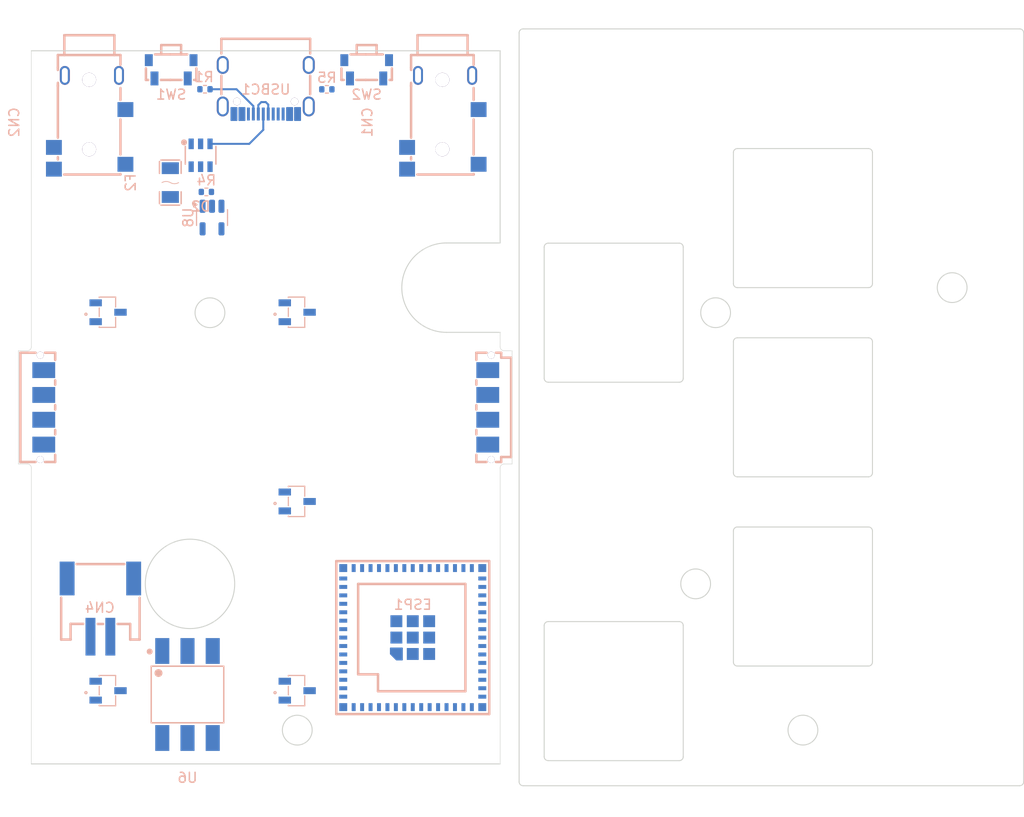
<source format=kicad_pcb>
(kicad_pcb (version 20241229) (generator "pcbnew") (generator_version "9.0")
  (layers (0 "F.Cu" signal "Front") (4 "In1.Cu" power) (6 "In2.Cu" power) (2 "B.Cu" signal "Back") (13 "F.Paste" user) (15 "B.Paste" user) (5 "F.SilkS" user) (7 "B.SilkS" user) (1 "F.Mask" user) (3 "B.Mask" user) (25 "Edge.Cuts" user))
  (net 0 "")
  (net 74 "GND")
  (net 75 "SCL1")
  (net 76 "SDA1")
  (net 77 "DN_PRE")
  (net 78 "DN")
  (net 79 "DP_PRE")
  (net 80 "DP")
  (net 81 "USB_VBUS")
  (net 82 "+3.3V")
  (net 83 "+5V")
  (net 84 "Net-(USBC1-CC1)")
  (net 85 "Net-(USBC1-CC2)")
  (net 86 "SCL0")
  (net 87 "SDA0")
  (net 88 "VBUS")
  (net 89 "VBAT")
  (net 90 "Net-(U8-EN)")
  (footprint "easyeda2kicad:SW-SMD_L4.7-W3.5-P3.35-EH" (layer "B.Cu") (at 86.36 29.464 180)
    (property "Reference" "SW2" (at 0 -2.54 0) (layer "B.SilkS") (effects (justify mirror)))
    (property "Value" "TS24CA 250GF 013")
    (fp_line (start 2.54 -1.07) (end 2.54 0.09) (stroke (width 0.25)) (layer "B.SilkS"))
    (fp_line (start 2.31 -1.07) (end 2.54 -1.07) (stroke (width 0.25)) (layer "B.SilkS"))
    (fp_line (start 1 2.44) (end 1 1.52) (stroke (width 0.25)) (layer "B.SilkS"))
    (fp_line (start 0.09 1.5) (end 1.62 1.5) (stroke (width 0.25)) (layer "B.SilkS"))
    (fp_line (start 0.09 1.5) (end -1.62 1.5) (stroke (width 0.25)) (layer "B.SilkS"))
    (fp_line (start 0.09 -1.07) (end 1.04 -1.07) (stroke (width 0.25)) (layer "B.SilkS"))
    (fp_line (start 0.09 -1.07) (end -1.04 -1.07) (stroke (width 0.25)) (layer "B.SilkS"))
    (fp_line (start -1 2.44) (end 1 2.44) (stroke (width 0.25)) (layer "B.SilkS"))
    (fp_line (start -1 2.44) (end -1 1.5) (stroke (width 0.25)) (layer "B.SilkS"))
    (fp_line (start -2.31 -1.07) (end -2.54 -1.07) (stroke (width 0.25)) (layer "B.SilkS"))
    (fp_line (start -2.54 -1.07) (end -2.54 0.09) (stroke (width 0.25)) (layer "B.SilkS"))
    (pad "" np_thru_hole circle (at -0.85 0.28 180) (size 0.7 0.7) (drill 0.7) (layers "F&B.Cu" "*.Mask"))
    (pad "" np_thru_hole circle (at 0.85 0.28 180) (size 0.7 0.7) (drill 0.7) (layers "F&B.Cu" "*.Mask"))
    (pad "1" smd rect (at -1.67 -0.92 180) (size 0.8 1.4) (layers "B.Cu" "B.Mask" "B.Paste"))
    (pad "2" smd rect (at 1.68 -0.92 180) (size 0.8 1.4) (layers "B.Cu" "B.Mask" "B.Paste"))
    (pad "3" smd rect (at -2.25 0.92 180) (size 0.8 1.2) (layers "B.Cu" "B.Mask" "B.Paste"))
    (pad "4" smd rect (at 2.25 0.92 180) (size 0.8 1.2) (layers "B.Cu" "B.Mask" "B.Paste"))
  )
  (footprint "Package_TO_SOT_SMD:SOT-23-5" (layer "B.Cu") (at 70.79 44.39 -90)
    (property "Reference" "U8" (at 0 2.4 90) (layer "B.SilkS") (effects (justify mirror)))
    (property "Value" "AP2112K-3.3")
    (fp_line (start 0 1.56) (end -0.8 1.56) (stroke (width 0.12)) (layer "B.SilkS"))
    (fp_line (start 0 1.56) (end 0.8 1.56) (stroke (width 0.12)) (layer "B.SilkS"))
    (fp_line (start 0 -1.56) (end -0.8 -1.56) (stroke (width 0.12)) (layer "B.SilkS"))
    (fp_line (start 0 -1.56) (end 0.8 -1.56) (stroke (width 0.12)) (layer "B.SilkS"))
    (fp_poly (pts (xy -1.3 1.51) (xy -1.54 1.84) (xy -1.06 1.84)) (stroke (width 0.12)) (fill yes) (layer "B.SilkS"))
    (pad "1" smd roundrect (at -1.1375 0.95 270) (size 1.325 0.6) (layers "B.Cu" "B.Mask" "B.Paste") (net 88 "VBUS"))
    (pad "2" smd roundrect (at -1.1375 0 270) (size 1.325 0.6) (layers "B.Cu" "B.Mask" "B.Paste") (net 74 "GND"))
    (pad "3" smd roundrect (at -1.1375 -0.95 270) (size 1.325 0.6) (layers "B.Cu" "B.Mask" "B.Paste") (net 90 "Net-(U8-EN)"))
    (pad "4" smd roundrect (at 1.1375 -0.95 270) (size 1.325 0.6) (layers "B.Cu" "B.Mask" "B.Paste"))
    (pad "5" smd roundrect (at 1.1375 0.95 270) (size 1.325 0.6) (layers "B.Cu" "B.Mask" "B.Paste") (net 82 "+3.3V"))
  )
  (footprint "easyeda2kicad:SMD-6_L7.3-W6.5-P2.54-LS10.2-BL" (layer "B.Cu") (at 68.32 92.41)
    (property "Reference" "U6" (at 0 8.38 0) (layer "B.SilkS") (effects (justify mirror)))
    (property "Value" "H11L1S(TA)")
    (fp_line (start -3.65 -2.85) (end -3.65 2.85) (stroke (width 0.15)) (layer "B.SilkS"))
    (fp_line (start -3.65 2.85) (end 3.65 2.85) (stroke (width 0.15)) (layer "B.SilkS"))
    (fp_line (start 3.65 -2.85) (end -3.65 -2.85) (stroke (width 0.15)) (layer "B.SilkS"))
    (fp_line (start 3.65 2.85) (end 3.65 -2.85) (stroke (width 0.15)) (layer "B.SilkS"))
    (fp_circle (center -3.81 -4.32) (end -3.66 -4.32) (stroke (width 0.3)) (fill no) (layer "B.SilkS"))
    (fp_circle (center -2.92 -2.16) (end -2.72 -2.16) (stroke (width 0.4)) (fill no) (layer "B.SilkS"))
    (pad "1" smd rect (at -2.54 -4.38) (size 1.42 2.6) (layers "B.Cu" "B.Mask" "B.Paste"))
    (pad "2" smd rect (at 0 -4.38) (size 1.42 2.6) (layers "B.Cu" "B.Mask" "B.Paste"))
    (pad "3" smd rect (at 2.54 -4.38) (size 1.42 2.6) (layers "B.Cu" "B.Mask" "B.Paste"))
    (pad "4" smd rect (at 2.54 4.38) (size 1.42 2.6) (layers "B.Cu" "B.Mask" "B.Paste"))
    (pad "5" smd rect (at 0 4.38) (size 1.42 2.6) (layers "B.Cu" "B.Mask" "B.Paste"))
    (pad "6" smd rect (at -2.54 4.38) (size 1.42 2.6) (layers "B.Cu" "B.Mask" "B.Paste"))
  )
  (footprint "samparts:SLSS49E_Hall_Switch_MX" (layer "B.Cu") (at 79.374095 92.075 180)
    (property "Reference" "U5" (hide yes))
    (property "Value" "SLSS49E-3")
    (fp_line (start 0.9 1.58) (end 0.9 1.52) (stroke (width 0.12)) (layer "B.SilkS"))
    (fp_line (start 0.9 0.49) (end 0.9 -0.38) (stroke (width 0.12)) (layer "B.SilkS"))
    (fp_line (start 0.9 -1.41) (end 0.9 -1.47) (stroke (width 0.12)) (layer "B.SilkS"))
    (fp_line (start 0.9 -1.47) (end -0.75 -1.47) (stroke (width 0.12)) (layer "B.SilkS"))
    (fp_line (start -0.75 1.58) (end 0.9 1.58) (stroke (width 0.12)) (layer "B.SilkS"))
    (fp_line (start -0.75 0.57) (end -0.75 1.58) (stroke (width 0.12)) (layer "B.SilkS"))
    (fp_line (start -0.75 -1.47) (end -0.75 -0.46) (stroke (width 0.12)) (layer "B.SilkS"))
    (fp_circle (center 2.24 -0.15) (end 2.29 -0.15) (stroke (width 0.12)) (fill no) (layer "B.SilkS"))
    (pad "1" smd rect (at 1.26 -0.9 270) (size 0.7 1.25) (layers "B.Cu" "B.Mask" "B.Paste"))
    (pad "2" smd rect (at -1.24 0.05 270) (size 0.7 1.25) (layers "B.Cu" "B.Mask" "B.Paste"))
    (pad "3" smd rect (at 1.26 1 270) (size 0.7 1.25) (layers "B.Cu" "B.Mask" "B.Paste"))
  )
  (footprint "easyeda2kicad:AUDIO-SMD_PJ-332A-6A" (layer "B.Cu") (at 94.03 34.798 -90)
    (property "Reference" "CN1" (at 0 7.6 90) (layer "B.SilkS") (effects (justify mirror)))
    (property "Value" "PJ-332A-6A")
    (fp_line (start -6.77 3.2) (end -5.51 3.2) (stroke (width 0.25)) (layer "B.SilkS"))
    (fp_line (start -6.77 3.2) (end -6.77 -3.1) (stroke (width 0.25)) (layer "B.SilkS"))
    (fp_line (start -5.51 3.2) (end -5.27 3.2) (stroke (width 0.25)) (layer "B.SilkS"))
    (fp_line (start -3.97 3.2) (end -3.62 3.2) (stroke (width 0.25)) (layer "B.SilkS"))
    (fp_line (start -3.73 3.2) (end 1.55 3.2) (stroke (width 0.25)) (layer "B.SilkS"))
    (fp_line (start 3.51 3.2) (end 3.75 3.2) (stroke (width 0.25)) (layer "B.SilkS"))
    (fp_line (start -8.77 2.55) (end -8.77 -2.49) (stroke (width 0.25)) (layer "B.SilkS"))
    (fp_line (start -6.77 2.55) (end -8.77 2.55) (stroke (width 0.25)) (layer "B.SilkS"))
    (fp_line (start -8.77 -2.49) (end -6.77 -2.49) (stroke (width 0.25)) (layer "B.SilkS"))
    (fp_line (start -6.77 -3.1) (end -5.79 -3.1) (stroke (width 0.25)) (layer "B.SilkS"))
    (fp_line (start -3.45 -3.1) (end -2.25 -3.1) (stroke (width 0.25)) (layer "B.SilkS"))
    (fp_line (start -0.29 -3.1) (end 3.25 -3.1) (stroke (width 0.25)) (layer "B.SilkS"))
    (fp_line (start 5.21 -3.1) (end 5.26 -3.1) (stroke (width 0.25)) (layer "B.SilkS"))
    (fp_line (start 5.26 -3.1) (end 5.26 2.57) (stroke (width 0.25)) (layer "B.SilkS"))
    (pad "" thru_hole circle (at -4.28 0.05 270) (size 1.4 1.4) (drill 1.4) (layers "F&B.Cu" "*.Mask"))
    (pad "" thru_hole circle (at 2.72 0.05 270) (size 1.4 1.4) (drill 1.4) (layers "F&B.Cu" "*.Mask"))
    (pad "1" thru_hole oval (at -4.72 -2.95 180) (size 1 1.9) (drill oval 0.599999 1.500022) (layers "F&B.Cu" "*.Mask"))
    (pad "2" thru_hole oval (at -4.72 2.5 180) (size 1 1.9) (drill oval 0.599999 1.500022) (layers "F&B.Cu" "*.Mask"))
    (pad "3" smd rect (at -1.28 -3.6 270) (size 1.5 1.6) (layers "B.Cu" "B.Mask" "B.Paste"))
    (pad "4" smd rect (at 2.53 3.6 270) (size 1.5 1.6) (layers "B.Cu" "B.Mask" "B.Paste"))
    (pad "5" smd rect (at 4.23 -3.6 270) (size 1.5 1.6) (layers "B.Cu" "B.Mask" "B.Paste"))
    (pad "6" smd rect (at 4.72 3.6 270) (size 1.5 1.6) (layers "B.Cu" "B.Mask" "B.Paste"))
  )
  (footprint "easyeda2kicad:AUDIO-SMD_PJ-332A-6A" (layer "B.Cu") (at 58.47 34.798 -90)
    (property "Reference" "CN2" (at 0 7.6 90) (layer "B.SilkS") (effects (justify mirror)))
    (property "Value" "PJ-332A-6A")
    (fp_line (start -6.77 3.2) (end -5.51 3.2) (stroke (width 0.25)) (layer "B.SilkS"))
    (fp_line (start -6.77 3.2) (end -6.77 -3.1) (stroke (width 0.25)) (layer "B.SilkS"))
    (fp_line (start -5.51 3.2) (end -5.27 3.2) (stroke (width 0.25)) (layer "B.SilkS"))
    (fp_line (start -3.97 3.2) (end -3.62 3.2) (stroke (width 0.25)) (layer "B.SilkS"))
    (fp_line (start -3.73 3.2) (end 1.55 3.2) (stroke (width 0.25)) (layer "B.SilkS"))
    (fp_line (start 3.51 3.2) (end 3.75 3.2) (stroke (width 0.25)) (layer "B.SilkS"))
    (fp_line (start -8.77 2.55) (end -8.77 -2.49) (stroke (width 0.25)) (layer "B.SilkS"))
    (fp_line (start -6.77 2.55) (end -8.77 2.55) (stroke (width 0.25)) (layer "B.SilkS"))
    (fp_line (start -8.77 -2.49) (end -6.77 -2.49) (stroke (width 0.25)) (layer "B.SilkS"))
    (fp_line (start -6.77 -3.1) (end -5.79 -3.1) (stroke (width 0.25)) (layer "B.SilkS"))
    (fp_line (start -3.45 -3.1) (end -2.25 -3.1) (stroke (width 0.25)) (layer "B.SilkS"))
    (fp_line (start -0.29 -3.1) (end 3.25 -3.1) (stroke (width 0.25)) (layer "B.SilkS"))
    (fp_line (start 5.21 -3.1) (end 5.26 -3.1) (stroke (width 0.25)) (layer "B.SilkS"))
    (fp_line (start 5.26 -3.1) (end 5.26 2.57) (stroke (width 0.25)) (layer "B.SilkS"))
    (pad "" thru_hole circle (at -4.28 0.05 270) (size 1.4 1.4) (drill 1.4) (layers "F&B.Cu" "*.Mask"))
    (pad "" thru_hole circle (at 2.72 0.05 270) (size 1.4 1.4) (drill 1.4) (layers "F&B.Cu" "*.Mask"))
    (pad "1" thru_hole oval (at -4.72 -2.95 180) (size 1 1.9) (drill oval 0.599999 1.500022) (layers "F&B.Cu" "*.Mask"))
    (pad "2" thru_hole oval (at -4.72 2.5 180) (size 1 1.9) (drill oval 0.599999 1.500022) (layers "F&B.Cu" "*.Mask"))
    (pad "3" smd rect (at -1.28 -3.6 270) (size 1.5 1.6) (layers "B.Cu" "B.Mask" "B.Paste"))
    (pad "4" smd rect (at 2.53 3.6 270) (size 1.5 1.6) (layers "B.Cu" "B.Mask" "B.Paste"))
    (pad "5" smd rect (at 4.23 -3.6 270) (size 1.5 1.6) (layers "B.Cu" "B.Mask" "B.Paste"))
    (pad "6" smd rect (at 4.72 3.6 270) (size 1.5 1.6) (layers "B.Cu" "B.Mask" "B.Paste"))
  )
  (footprint "easyeda2kicad:SOT-23-6_L2.9-W1.6-P0.95-LS2.8-BL" (layer "B.Cu") (at 69.64 38.12)
    (property "Reference" "D2" (at 0 5.15 180) (layer "B.SilkS") (effects (justify mirror)))
    (property "Value" "USBLC6-2SC6")
    (fp_line (start -1.54 -0.89) (end -1.54 0.89) (stroke (width 0.15)) (layer "B.SilkS"))
    (fp_line (start 1.54 -0.89) (end 1.54 0.89) (stroke (width 0.15)) (layer "B.SilkS"))
    (fp_circle (center -1.67 -1.3) (end -1.52 -1.3) (stroke (width 0.3)) (fill no) (layer "B.SilkS"))
    (pad "1" smd rect (at -0.95 -1.15) (size 0.53 1.07) (layers "B.Cu" "B.Mask" "B.Paste") (net 77 "DN_PRE"))
    (pad "2" smd rect (at 0 -1.15) (size 0.53 1.07) (layers "B.Cu" "B.Mask" "B.Paste") (net 74 "GND"))
    (pad "3" smd rect (at 0.95 -1.15) (size 0.53 1.07) (layers "B.Cu" "B.Mask" "B.Paste") (net 79 "DP_PRE"))
    (pad "4" smd rect (at 0.95 1.15) (size 0.53 1.07) (layers "B.Cu" "B.Mask" "B.Paste") (net 80 "DP"))
    (pad "5" smd rect (at 0 1.15) (size 0.53 1.07) (layers "B.Cu" "B.Mask" "B.Paste") (net 81 "USB_VBUS"))
    (pad "6" smd rect (at -0.95 1.15) (size 0.53 1.07) (layers "B.Cu" "B.Mask" "B.Paste") (net 78 "DN"))
  )
  (footprint "samparts:SLSS49E_Hall_Switch_MX" (layer "B.Cu") (at 60.334095 92.075 180)
    (property "Reference" "U2" (hide yes))
    (property "Value" "SLSS49E-3")
    (fp_line (start 0.9 1.58) (end 0.9 1.52) (stroke (width 0.12)) (layer "B.SilkS"))
    (fp_line (start 0.9 0.49) (end 0.9 -0.38) (stroke (width 0.12)) (layer "B.SilkS"))
    (fp_line (start 0.9 -1.41) (end 0.9 -1.47) (stroke (width 0.12)) (layer "B.SilkS"))
    (fp_line (start 0.9 -1.47) (end -0.75 -1.47) (stroke (width 0.12)) (layer "B.SilkS"))
    (fp_line (start -0.75 1.58) (end 0.9 1.58) (stroke (width 0.12)) (layer "B.SilkS"))
    (fp_line (start -0.75 0.57) (end -0.75 1.58) (stroke (width 0.12)) (layer "B.SilkS"))
    (fp_line (start -0.75 -1.47) (end -0.75 -0.46) (stroke (width 0.12)) (layer "B.SilkS"))
    (fp_circle (center 2.24 -0.15) (end 2.29 -0.15) (stroke (width 0.12)) (fill no) (layer "B.SilkS"))
    (pad "1" smd rect (at 1.26 -0.9 270) (size 0.7 1.25) (layers "B.Cu" "B.Mask" "B.Paste"))
    (pad "2" smd rect (at -1.24 0.05 270) (size 0.7 1.25) (layers "B.Cu" "B.Mask" "B.Paste"))
    (pad "3" smd rect (at 1.26 1 270) (size 0.7 1.25) (layers "B.Cu" "B.Mask" "B.Paste"))
  )
  (footprint "samparts:SLSS49E_Hall_Switch_MX" (layer "B.Cu") (at 60.334095 53.975 180)
    (property "Reference" "U1" (hide yes))
    (property "Value" "SLSS49E-3")
    (fp_line (start 0.9 1.58) (end 0.9 1.52) (stroke (width 0.12)) (layer "B.SilkS"))
    (fp_line (start 0.9 0.49) (end 0.9 -0.38) (stroke (width 0.12)) (layer "B.SilkS"))
    (fp_line (start 0.9 -1.41) (end 0.9 -1.47) (stroke (width 0.12)) (layer "B.SilkS"))
    (fp_line (start 0.9 -1.47) (end -0.75 -1.47) (stroke (width 0.12)) (layer "B.SilkS"))
    (fp_line (start -0.75 1.58) (end 0.9 1.58) (stroke (width 0.12)) (layer "B.SilkS"))
    (fp_line (start -0.75 0.57) (end -0.75 1.58) (stroke (width 0.12)) (layer "B.SilkS"))
    (fp_line (start -0.75 -1.47) (end -0.75 -0.46) (stroke (width 0.12)) (layer "B.SilkS"))
    (fp_circle (center 2.24 -0.15) (end 2.29 -0.15) (stroke (width 0.12)) (fill no) (layer "B.SilkS"))
    (pad "1" smd rect (at 1.26 -0.9 270) (size 0.7 1.25) (layers "B.Cu" "B.Mask" "B.Paste"))
    (pad "2" smd rect (at -1.24 0.05 270) (size 0.7 1.25) (layers "B.Cu" "B.Mask" "B.Paste"))
    (pad "3" smd rect (at 1.26 1 270) (size 0.7 1.25) (layers "B.Cu" "B.Mask" "B.Paste"))
  )
  (footprint "easyeda2kicad:F1206" (layer "B.Cu") (at 66.59 40.87 -90)
    (property "Reference" "F2" (at 0 4 90) (layer "B.SilkS") (effects (justify mirror)))
    (property "Value" "BSMD1206-200-6V")
    (fp_line (start -0.93 1.09) (end -2.12 1.09) (stroke (width 0.15)) (layer "B.SilkS"))
    (fp_line (start 0.93 1.09) (end 2.12 1.09) (stroke (width 0.15)) (layer "B.SilkS"))
    (fp_line (start -2.27 0.94) (end -2.27 -0.94) (stroke (width 0.15)) (layer "B.SilkS"))
    (fp_line (start 2.27 0.94) (end 2.27 -0.94) (stroke (width 0.15)) (layer "B.SilkS"))
    (fp_line (start -2.12 -1.09) (end -0.93 -1.09) (stroke (width 0.15)) (layer "B.SilkS"))
    (fp_line (start 2.12 -1.09) (end 0.93 -1.09) (stroke (width 0.15)) (layer "B.SilkS"))
    (fp_arc (start 0 0.84) (mid -0.112199 0.418731) (end 0.001269 -0.002199) (stroke (width 0.08)) (layer "B.SilkS"))
    (fp_arc (start 0 -0.84) (mid 0.112199 -0.418731) (end -0.001269 0.002199) (stroke (width 0.08)) (layer "B.SilkS"))
    (pad "1" smd rect (at -1.45 0 270) (size 1.19 1.73) (layers "B.Cu" "B.Mask" "B.Paste") (net 81 "USB_VBUS"))
    (pad "2" smd rect (at 1.45 0 270) (size 1.19 1.73) (layers "B.Cu" "B.Mask" "B.Paste") (net 83 "+5V"))
  )
  (footprint "Resistor_SMD:R_0402_1005Metric" (layer "B.Cu") (at 70.22 41.81 180)
    (property "Reference" "R4" (at 0 1.17 0) (layer "B.SilkS") (effects (justify mirror)))
    (property "Value" "10K")
    (fp_line (start -0.153641 0.38) (end 0.153641 0.38) (stroke (width 0.12)) (layer "B.SilkS"))
    (fp_line (start -0.153641 -0.38) (end 0.153641 -0.38) (stroke (width 0.12)) (layer "B.SilkS"))
    (pad "1" smd roundrect (at -0.51 0 180) (size 0.54 0.64) (layers "B.Cu" "B.Mask" "B.Paste") (net 90 "Net-(U8-EN)"))
    (pad "2" smd roundrect (at 0.51 0 180) (size 0.54 0.64) (layers "B.Cu" "B.Mask" "B.Paste") (net 88 "VBUS"))
  )
  (footprint "easyeda2kicad:CONN-SMD_YZ199315035T-04025-01" (layer "B.Cu") (at 98.552 63.5 90)
    (property "Reference" "CN3" (hide yes))
    (property "Value" "Pogo Pin Receptor Right" (hide yes))
    (fp_line (start 5.5 -1.15) (end 4.78 -1.15) (stroke (width 0.25)) (layer "B.SilkS"))
    (fp_line (start 5.5 -1.15) (end 5.5 -0.13) (stroke (width 0.25)) (layer "B.SilkS"))
    (fp_line (start 2.72 -1.15) (end 2.28 -1.15) (stroke (width 0.25)) (layer "B.SilkS"))
    (fp_line (start 0.22 -1.15) (end -0.22 -1.15) (stroke (width 0.25)) (layer "B.SilkS"))
    (fp_line (start -2.28 -1.15) (end -2.72 -1.15) (stroke (width 0.25)) (layer "B.SilkS"))
    (fp_line (start -4.78 -1.15) (end -5.5 -1.15) (stroke (width 0.25)) (layer "B.SilkS"))
    (fp_line (start -5.5 -1.15) (end -5.5 -0.13) (stroke (width 0.25)) (layer "B.SilkS"))
    (fp_line (start -5.5 0.83) (end -5.5 1.35) (stroke (width 0.25)) (layer "B.SilkS"))
    (fp_line (start 5.5 1.35) (end 5.5 0.83) (stroke (width 0.25)) (layer "B.SilkS"))
    (fp_line (start 5 1.35) (end 5.5 1.35) (stroke (width 0.25)) (layer "B.SilkS"))
    (fp_line (start -5 1.35) (end -5 2.35) (stroke (width 0.25)) (layer "B.SilkS"))
    (fp_line (start -5.5 1.35) (end -5 1.35) (stroke (width 0.25)) (layer "B.SilkS"))
    (fp_line (start 5 2.35) (end 5 1.35) (stroke (width 0.25)) (layer "B.SilkS"))
    (fp_line (start -5 2.35) (end 5 2.35) (stroke (width 0.25)) (layer "B.SilkS"))
    (pad "" thru_hole circle (at -5.25 0.35 90) (size 0.7 0.7) (drill 0.7) (layers "F&B.Cu" "*.Mask"))
    (pad "" thru_hole circle (at 5.25 0.35 90) (size 0.7 0.7) (drill 0.7) (layers "F&B.Cu" "*.Mask"))
    (pad "1" smd rect (at -3.75 0 90) (size 1.6 2.3) (layers "B.Cu" "B.Mask" "B.Paste") (net 75 "SCL1"))
    (pad "2" smd rect (at -1.25 0 90) (size 1.6 2.3) (layers "B.Cu" "B.Mask" "B.Paste") (net 76 "SDA1"))
    (pad "3" smd rect (at 1.25 0 90) (size 1.6 2.3) (layers "B.Cu" "B.Mask" "B.Paste") (net 88 "VBUS"))
    (pad "4" smd rect (at 3.75 0 90) (size 1.6 2.3) (layers "B.Cu" "B.Mask" "B.Paste") (net 74 "GND"))
  )
  (footprint "Resistor_SMD:R_0402_1005Metric" (layer "B.Cu") (at 70.08 31.47)
    (property "Reference" "R1" (at -0.1 -1.23 180) (layer "B.SilkS") (effects (justify mirror)))
    (property "Value" "5.1k")
    (fp_line (start -0.153641 -0.38) (end 0.153641 -0.38) (stroke (width 0.12)) (layer "B.SilkS"))
    (fp_line (start -0.153641 0.38) (end 0.153641 0.38) (stroke (width 0.12)) (layer "B.SilkS"))
    (pad "1" smd roundrect (at -0.51 0) (size 0.54 0.64) (layers "B.Cu" "B.Mask" "B.Paste") (net 74 "GND"))
    (pad "2" smd roundrect (at 0.51 0) (size 0.54 0.64) (layers "B.Cu" "B.Mask" "B.Paste") (net 84 "Net-(USBC1-CC1)"))
  )
  (footprint "samparts:SLSS49E_Hall_Switch_MX" (layer "B.Cu") (at 79.374095 73.025 180)
    (property "Reference" "U4" (hide yes))
    (property "Value" "SLSS49E-3")
    (fp_line (start 0.9 1.58) (end 0.9 1.52) (stroke (width 0.12)) (layer "B.SilkS"))
    (fp_line (start 0.9 0.49) (end 0.9 -0.38) (stroke (width 0.12)) (layer "B.SilkS"))
    (fp_line (start 0.9 -1.41) (end 0.9 -1.47) (stroke (width 0.12)) (layer "B.SilkS"))
    (fp_line (start 0.9 -1.47) (end -0.75 -1.47) (stroke (width 0.12)) (layer "B.SilkS"))
    (fp_line (start -0.75 1.58) (end 0.9 1.58) (stroke (width 0.12)) (layer "B.SilkS"))
    (fp_line (start -0.75 0.57) (end -0.75 1.58) (stroke (width 0.12)) (layer "B.SilkS"))
    (fp_line (start -0.75 -1.47) (end -0.75 -0.46) (stroke (width 0.12)) (layer "B.SilkS"))
    (fp_circle (center 2.24 -0.15) (end 2.29 -0.15) (stroke (width 0.12)) (fill no) (layer "B.SilkS"))
    (pad "1" smd rect (at 1.26 -0.9 270) (size 0.7 1.25) (layers "B.Cu" "B.Mask" "B.Paste"))
    (pad "2" smd rect (at -1.24 0.05 270) (size 0.7 1.25) (layers "B.Cu" "B.Mask" "B.Paste"))
    (pad "3" smd rect (at 1.26 1 270) (size 0.7 1.25) (layers "B.Cu" "B.Mask" "B.Paste"))
  )
  (footprint "easyeda2kicad:CONN-SMD_P2.00_S2B-PH-SM4-TB-LF-SN" (layer "B.Cu") (at 59.55 83.66)
    (property "Reference" "CN4" (at -0.056412 0.01 0) (layer "B.SilkS") (effects (justify mirror)))
    (property "Value" "Battery connector JST-PH")
    (fp_line (start -3.95 3.22) (end -3.95 -1) (stroke (width 0.25)) (layer "B.SilkS"))
    (fp_line (start -3 1.64) (end -3 3.22) (stroke (width 0.25)) (layer "B.SilkS"))
    (fp_line (start -3 3.22) (end -3.95 3.22) (stroke (width 0.25)) (layer "B.SilkS"))
    (fp_line (start -1.73 1.64) (end -3 1.64) (stroke (width 0.25)) (layer "B.SilkS"))
    (fp_line (start 0.27 1.65) (end -0.27 1.65) (stroke (width 0.25)) (layer "B.SilkS"))
    (fp_line (start 2.4 -4.38) (end -2.4 -4.38) (stroke (width 0.25)) (layer "B.SilkS"))
    (fp_line (start 3 1.65) (end 1.73 1.65) (stroke (width 0.25)) (layer "B.SilkS"))
    (fp_line (start 3 3.22) (end 3 1.65) (stroke (width 0.25)) (layer "B.SilkS"))
    (fp_line (start 3.95 3.22) (end 3 3.22) (stroke (width 0.25)) (layer "B.SilkS"))
    (fp_line (start 3.95 3.22) (end 3.95 -1) (stroke (width 0.25)) (layer "B.SilkS"))
    (pad "1" smd rect (at -1 2.93) (size 1 3.8) (layers "B.Cu" "B.Mask" "B.Paste") (net 89 "VBAT"))
    (pad "2" smd rect (at 1 2.93) (size 1 3.8) (layers "B.Cu" "B.Mask" "B.Paste") (net 74 "GND"))
    (pad "3" smd rect (at 3.35 -2.93) (size 1.5 3.4) (layers "B.Cu" "B.Mask" "B.Paste") (net 74 "GND"))
    (pad "4" smd rect (at -3.35 -2.93) (size 1.5 3.4) (layers "B.Cu" "B.Mask" "B.Paste") (net 74 "GND"))
  )
  (footprint "easyeda2kicad:BULETM-SMD_ESPRESSIF_ESP32-S3-MINI-1U-N8" (layer "B.Cu") (at 91 86.68)
    (property "Reference" "ESP1" (at 0 -3.313 0) (layer "B.SilkS") (effects (justify mirror)))
    (property "Value" "ESP32-S3-MINI-1U-N4R2")
    (fp_line (start -7.7 -7.7) (end -7.7 7.7) (stroke (width 0.25)) (layer "B.SilkS"))
    (fp_line (start -7.7 7.7) (end 7.7 7.7) (stroke (width 0.25)) (layer "B.SilkS"))
    (fp_line (start -5.5 -5.4) (end -5.5 3.5) (stroke (width 0.25)) (layer "B.SilkS"))
    (fp_line (start -5.5 3.5) (end -5.5 3.7) (stroke (width 0.25)) (layer "B.SilkS"))
    (fp_line (start -5.5 3.7) (end -3.5 3.7) (stroke (width 0.25)) (layer "B.SilkS"))
    (fp_line (start -3.5 3.7) (end -3.5 5.4) (stroke (width 0.25)) (layer "B.SilkS"))
    (fp_line (start -3.5 5.4) (end 5.3 5.4) (stroke (width 0.25)) (layer "B.SilkS"))
    (fp_line (start 5.3 -5.4) (end -5.5 -5.4) (stroke (width 0.25)) (layer "B.SilkS"))
    (fp_line (start 5.3 5.4) (end 5.3 -5.4) (stroke (width 0.25)) (layer "B.SilkS"))
    (fp_line (start 7.7 -7.7) (end -7.7 -7.7) (stroke (width 0.25)) (layer "B.SilkS"))
    (fp_line (start 7.7 7.7) (end 7.7 -7.7) (stroke (width 0.25)) (layer "B.SilkS"))
    (pad "1" smd rect (at -7 5.95 270) (size 0.4 0.8) (layers "B.Cu" "B.Mask" "B.Paste") (net 74 "GND"))
    (pad "2" smd rect (at -7 5.1 270) (size 0.4 0.8) (layers "B.Cu" "B.Mask" "B.Paste") (net 74 "GND"))
    (pad "3" smd rect (at -7 4.25 270) (size 0.4 0.8) (layers "B.Cu" "B.Mask" "B.Paste") (net 82 "+3.3V"))
    (pad "4" smd rect (at -7 3.4 270) (size 0.4 0.8) (layers "B.Cu" "B.Mask" "B.Paste"))
    (pad "5" smd rect (at -7 2.55 270) (size 0.4 0.8) (layers "B.Cu" "B.Mask" "B.Paste"))
    (pad "6" smd rect (at -7 1.7 270) (size 0.4 0.8) (layers "B.Cu" "B.Mask" "B.Paste"))
    (pad "7" smd rect (at -7 0.85 270) (size 0.4 0.8) (layers "B.Cu" "B.Mask" "B.Paste"))
    (pad "8" smd rect (at -7 0 270) (size 0.4 0.8) (layers "B.Cu" "B.Mask" "B.Paste"))
    (pad "9" smd rect (at -7 -0.85 270) (size 0.4 0.8) (layers "B.Cu" "B.Mask" "B.Paste"))
    (pad "10" smd rect (at -7 -1.7 270) (size 0.4 0.8) (layers "B.Cu" "B.Mask" "B.Paste"))
    (pad "11" smd rect (at -7 -2.55 270) (size 0.4 0.8) (layers "B.Cu" "B.Mask" "B.Paste"))
    (pad "12" smd rect (at -7 -3.4 270) (size 0.4 0.8) (layers "B.Cu" "B.Mask" "B.Paste"))
    (pad "13" smd rect (at -7 -4.25 270) (size 0.4 0.8) (layers "B.Cu" "B.Mask" "B.Paste"))
    (pad "14" smd rect (at -7 -5.1 270) (size 0.4 0.8) (layers "B.Cu" "B.Mask" "B.Paste"))
    (pad "15" smd rect (at -7 -5.95 270) (size 0.4 0.8) (layers "B.Cu" "B.Mask" "B.Paste"))
    (pad "16" smd rect (at -5.95 -7 180) (size 0.4 0.8) (layers "B.Cu" "B.Mask" "B.Paste"))
    (pad "17" smd rect (at -5.1 -7 180) (size 0.4 0.8) (layers "B.Cu" "B.Mask" "B.Paste"))
    (pad "18" smd rect (at -4.25 -7 180) (size 0.4 0.8) (layers "B.Cu" "B.Mask" "B.Paste"))
    (pad "19" smd rect (at -3.4 -7 180) (size 0.4 0.8) (layers "B.Cu" "B.Mask" "B.Paste"))
    (pad "20" smd rect (at -2.55 -7 180) (size 0.4 0.8) (layers "B.Cu" "B.Mask" "B.Paste"))
    (pad "21" smd rect (at -1.7 -7 180) (size 0.4 0.8) (layers "B.Cu" "B.Mask" "B.Paste"))
    (pad "22" smd rect (at -0.85 -7 180) (size 0.4 0.8) (layers "B.Cu" "B.Mask" "B.Paste"))
    (pad "23" smd rect (at 0 -7 180) (size 0.4 0.8) (layers "B.Cu" "B.Mask" "B.Paste") (net 78 "DN"))
    (pad "24" smd rect (at 0.85 -7 180) (size 0.4 0.8) (layers "B.Cu" "B.Mask" "B.Paste") (net 80 "DP"))
    (pad "25" smd rect (at 1.7 -7 180) (size 0.4 0.8) (layers "B.Cu" "B.Mask" "B.Paste"))
    (pad "26" smd rect (at 2.55 -7 180) (size 0.4 0.8) (layers "B.Cu" "B.Mask" "B.Paste"))
    (pad "27" smd rect (at 3.4 -7 180) (size 0.4 0.8) (layers "B.Cu" "B.Mask" "B.Paste"))
    (pad "28" smd rect (at 4.25 -7 180) (size 0.4 0.8) (layers "B.Cu" "B.Mask" "B.Paste"))
    (pad "29" smd rect (at 5.1 -7 180) (size 0.4 0.8) (layers "B.Cu" "B.Mask" "B.Paste"))
    (pad "30" smd rect (at 5.95 -7 180) (size 0.4 0.8) (layers "B.Cu" "B.Mask" "B.Paste"))
    (pad "31" smd rect (at 7 -5.95 270) (size 0.4 0.8) (layers "B.Cu" "B.Mask" "B.Paste"))
    (pad "32" smd rect (at 7 -5.1 270) (size 0.4 0.8) (layers "B.Cu" "B.Mask" "B.Paste"))
    (pad "33" smd rect (at 7 -4.25 270) (size 0.4 0.8) (layers "B.Cu" "B.Mask" "B.Paste"))
    (pad "34" smd rect (at 7 -3.4 270) (size 0.4 0.8) (layers "B.Cu" "B.Mask" "B.Paste"))
    (pad "35" smd rect (at 7 -2.55 270) (size 0.4 0.8) (layers "B.Cu" "B.Mask" "B.Paste"))
    (pad "36" smd rect (at 7 -1.7 270) (size 0.4 0.8) (layers "B.Cu" "B.Mask" "B.Paste"))
    (pad "37" smd rect (at 7 -0.85 270) (size 0.4 0.8) (layers "B.Cu" "B.Mask" "B.Paste"))
    (pad "38" smd rect (at 7 0 270) (size 0.4 0.8) (layers "B.Cu" "B.Mask" "B.Paste"))
    (pad "39" smd rect (at 7 0.85 270) (size 0.4 0.8) (layers "B.Cu" "B.Mask" "B.Paste"))
    (pad "40" smd rect (at 7 1.7 270) (size 0.4 0.8) (layers "B.Cu" "B.Mask" "B.Paste"))
    (pad "41" smd rect (at 7 2.55 270) (size 0.4 0.8) (layers "B.Cu" "B.Mask" "B.Paste"))
    (pad "42" smd rect (at 7 3.4 270) (size 0.4 0.8) (layers "B.Cu" "B.Mask" "B.Paste") (net 74 "GND"))
    (pad "43" smd rect (at 7 4.25 270) (size 0.4 0.8) (layers "B.Cu" "B.Mask" "B.Paste") (net 74 "GND"))
    (pad "44" smd rect (at 7 5.1 270) (size 0.4 0.8) (layers "B.Cu" "B.Mask" "B.Paste"))
    (pad "45" smd rect (at 7 5.95 270) (size 0.4 0.8) (layers "B.Cu" "B.Mask" "B.Paste"))
    (pad "46" smd rect (at 5.95 7 180) (size 0.4 0.8) (layers "B.Cu" "B.Mask" "B.Paste") (net 74 "GND"))
    (pad "47" smd rect (at 5.1 7 180) (size 0.4 0.8) (layers "B.Cu" "B.Mask" "B.Paste") (net 74 "GND"))
    (pad "48" smd rect (at 4.25 7 180) (size 0.4 0.8) (layers "B.Cu" "B.Mask" "B.Paste") (net 74 "GND"))
    (pad "49" smd rect (at 3.4 7 180) (size 0.4 0.8) (layers "B.Cu" "B.Mask" "B.Paste") (net 74 "GND"))
    (pad "50" smd rect (at 2.55 7 180) (size 0.4 0.8) (layers "B.Cu" "B.Mask" "B.Paste") (net 74 "GND"))
    (pad "51" smd rect (at 1.7 7 180) (size 0.4 0.8) (layers "B.Cu" "B.Mask" "B.Paste") (net 74 "GND"))
    (pad "52" smd rect (at 0.85 7 180) (size 0.4 0.8) (layers "B.Cu" "B.Mask" "B.Paste") (net 74 "GND"))
    (pad "53" smd rect (at 0 7 180) (size 0.4 0.8) (layers "B.Cu" "B.Mask" "B.Paste") (net 74 "GND"))
    (pad "54" smd rect (at -0.85 7 180) (size 0.4 0.8) (layers "B.Cu" "B.Mask" "B.Paste") (net 74 "GND"))
    (pad "55" smd rect (at -1.7 7 180) (size 0.4 0.8) (layers "B.Cu" "B.Mask" "B.Paste") (net 74 "GND"))
    (pad "56" smd rect (at -2.55 7 180) (size 0.4 0.8) (layers "B.Cu" "B.Mask" "B.Paste") (net 74 "GND"))
    (pad "57" smd rect (at -3.4 7 180) (size 0.4 0.8) (layers "B.Cu" "B.Mask" "B.Paste") (net 74 "GND"))
    (pad "58" smd rect (at -4.25 7 180) (size 0.4 0.8) (layers "B.Cu" "B.Mask" "B.Paste") (net 74 "GND"))
    (pad "59" smd rect (at -5.1 7 180) (size 0.4 0.8) (layers "B.Cu" "B.Mask" "B.Paste") (net 74 "GND"))
    (pad "60" smd rect (at -5.95 7 180) (size 0.4 0.8) (layers "B.Cu" "B.Mask" "B.Paste") (net 74 "GND"))
    (pad "61" smd rect (at -1.65 -1.65) (size 1.2 1.2) (layers "B.Cu" "B.Mask" "B.Paste") (net 74 "GND"))
    (pad "61" smd rect (at -1.65 0) (size 1.2 1.2) (layers "B.Cu" "B.Mask" "B.Paste") (net 74 "GND"))
    (pad "61" smd custom (at -1.65 1.65) (size 0.01 0.01) (layers "B.Cu" "B.Mask" "B.Paste") (net 74 "GND") (options (clearance outline) (anchor circle)) (primitives (gr_poly (pts (xy 0.6 -0.6) (xy 0.6 0.6) (xy 0 0.6) (xy -0.6 0) (xy -0.6 -0.6) (xy 0.6 -0.6)) (width 0.1) (fill yes))))
    (pad "61" smd rect (at 0 -1.65) (size 1.2 1.2) (layers "B.Cu" "B.Mask" "B.Paste") (net 74 "GND"))
    (pad "61" smd rect (at 0 0) (size 1.2 1.2) (layers "B.Cu" "B.Mask" "B.Paste") (net 74 "GND"))
    (pad "61" smd rect (at 0 1.65) (size 1.2 1.2) (layers "B.Cu" "B.Mask" "B.Paste") (net 74 "GND"))
    (pad "61" smd rect (at 1.65 -1.65) (size 1.2 1.2) (layers "B.Cu" "B.Mask" "B.Paste") (net 74 "GND"))
    (pad "61" smd rect (at 1.65 0) (size 1.2 1.2) (layers "B.Cu" "B.Mask" "B.Paste") (net 74 "GND"))
    (pad "61" smd rect (at 1.65 1.65) (size 1.2 1.2) (layers "B.Cu" "B.Mask" "B.Paste") (net 74 "GND"))
    (pad "62" smd rect (at -7 7 270) (size 0.8 0.8) (layers "B.Cu" "B.Mask" "B.Paste") (net 74 "GND"))
    (pad "63" smd rect (at -7 -7 270) (size 0.8 0.8) (layers "B.Cu" "B.Mask" "B.Paste") (net 74 "GND"))
    (pad "64" smd rect (at 7 -7 270) (size 0.8 0.8) (layers "B.Cu" "B.Mask" "B.Paste") (net 74 "GND"))
    (pad "65" smd rect (at 7 7 270) (size 0.8 0.8) (layers "B.Cu" "B.Mask" "B.Paste") (net 74 "GND"))
  )
  (footprint "samparts:SLSS49E_Hall_Switch_MX" (layer "B.Cu") (at 79.374095 53.975 180)
    (property "Reference" "U3" (hide yes))
    (property "Value" "SLSS49E-3")
    (fp_line (start 0.9 1.58) (end 0.9 1.52) (stroke (width 0.12)) (layer "B.SilkS"))
    (fp_line (start 0.9 0.49) (end 0.9 -0.38) (stroke (width 0.12)) (layer "B.SilkS"))
    (fp_line (start 0.9 -1.41) (end 0.9 -1.47) (stroke (width 0.12)) (layer "B.SilkS"))
    (fp_line (start 0.9 -1.47) (end -0.75 -1.47) (stroke (width 0.12)) (layer "B.SilkS"))
    (fp_line (start -0.75 1.58) (end 0.9 1.58) (stroke (width 0.12)) (layer "B.SilkS"))
    (fp_line (start -0.75 0.57) (end -0.75 1.58) (stroke (width 0.12)) (layer "B.SilkS"))
    (fp_line (start -0.75 -1.47) (end -0.75 -0.46) (stroke (width 0.12)) (layer "B.SilkS"))
    (fp_circle (center 2.24 -0.15) (end 2.29 -0.15) (stroke (width 0.12)) (fill no) (layer "B.SilkS"))
    (pad "1" smd rect (at 1.26 -0.9 270) (size 0.7 1.25) (layers "B.Cu" "B.Mask" "B.Paste"))
    (pad "2" smd rect (at -1.24 0.05 270) (size 0.7 1.25) (layers "B.Cu" "B.Mask" "B.Paste"))
    (pad "3" smd rect (at 1.26 1 270) (size 0.7 1.25) (layers "B.Cu" "B.Mask" "B.Paste"))
  )
  (footprint "easyeda2kicad:CONN-SMD_4P-L11.0-W5.5-P2.50_YZ165615055F-04025-01" (layer "B.Cu") (at 53.848 63.5 -90)
    (property "Reference" "U7" (hide yes))
    (property "Value" "Pogo Pin Left" (hide yes))
    (fp_line (start -5.5 2.35) (end -5.5 0.83) (stroke (width 0.25)) (layer "B.SilkS"))
    (fp_line (start 5.5 2.35) (end -5.5 2.35) (stroke (width 0.25)) (layer "B.SilkS"))
    (fp_line (start 5.5 0.83) (end 5.5 2.35) (stroke (width 0.25)) (layer "B.SilkS"))
    (fp_line (start -5.5 -0.13) (end -5.5 -1.15) (stroke (width 0.25)) (layer "B.SilkS"))
    (fp_line (start -5.5 -1.15) (end -4.78 -1.15) (stroke (width 0.25)) (layer "B.SilkS"))
    (fp_line (start -2.72 -1.15) (end -2.28 -1.15) (stroke (width 0.25)) (layer "B.SilkS"))
    (fp_line (start -0.22 -1.15) (end 0.22 -1.15) (stroke (width 0.25)) (layer "B.SilkS"))
    (fp_line (start 2.28 -1.15) (end 2.72 -1.15) (stroke (width 0.25)) (layer "B.SilkS"))
    (fp_line (start 4.78 -1.15) (end 5.5 -1.15) (stroke (width 0.25)) (layer "B.SilkS"))
    (fp_line (start 5.5 -1.15) (end 5.5 -0.13) (stroke (width 0.25)) (layer "B.SilkS"))
    (pad "" thru_hole circle (at -5.25 0.35 270) (size 0.7 0.7) (drill 0.7) (layers "F&B.Cu" "*.Mask"))
    (pad "" thru_hole circle (at 5.25 0.35 270) (size 0.7 0.7) (drill 0.7) (layers "F&B.Cu" "*.Mask"))
    (pad "1" smd rect (at -3.75 0 270) (size 1.6 2.3) (layers "B.Cu" "B.Mask" "B.Paste") (net 74 "GND"))
    (pad "2" smd rect (at -1.25 0 270) (size 1.6 2.3) (layers "B.Cu" "B.Mask" "B.Paste") (net 88 "VBUS"))
    (pad "3" smd rect (at 1.25 0 270) (size 1.6 2.3) (layers "B.Cu" "B.Mask" "B.Paste") (net 87 "SDA0"))
    (pad "4" smd rect (at 3.75 0 270) (size 1.6 2.3) (layers "B.Cu" "B.Mask" "B.Paste") (net 86 "SCL0"))
  )
  (footprint "easyeda2kicad:USB-C_SMD-TYPE-C-31-M-12_1" (layer "B.Cu") (at 76.2 31.496)
    (property "Reference" "USBC1" (at 0 0 0) (layer "B.SilkS") (effects (justify mirror)))
    (property "Value" "TYPE-C-31-M-12")
    (fp_line (start -4.47 -5.1) (end -4.47 -3.62) (stroke (width 0.25)) (layer "B.SilkS"))
    (fp_line (start -4.47 -1.38) (end -4.47 0.48) (stroke (width 0.25)) (layer "B.SilkS"))
    (fp_line (start 4.47 -5.1) (end -4.47 -5.1) (stroke (width 0.25)) (layer "B.SilkS"))
    (fp_line (start 4.47 -5.1) (end 4.47 -3.62) (stroke (width 0.25)) (layer "B.SilkS"))
    (fp_line (start 4.47 -1.38) (end 4.47 0.48) (stroke (width 0.25)) (layer "B.SilkS"))
    (pad "" thru_hole circle (at -2.9 1.21) (size 0.75 0.75) (drill 0.75) (layers "F&B.Cu" "*.Mask"))
    (pad "" thru_hole circle (at 2.9 1.21) (size 0.75 0.75) (drill 0.75) (layers "F&B.Cu" "*.Mask"))
    (pad "1" thru_hole oval (at 4.33 1.71) (size 1.2 2) (drill oval 0.799998 1.599971) (layers "F&B.Cu" "*.Mask") (net 74 "GND"))
    (pad "2" thru_hole oval (at 4.33 -2.47) (size 1.2 1.8) (drill oval 0.799998 1.399997) (layers "F&B.Cu" "*.Mask") (net 74 "GND"))
    (pad "3" thru_hole oval (at -4.33 -2.47) (size 1.2 1.8) (drill oval 0.799998 1.399997) (layers "F&B.Cu" "*.Mask") (net 74 "GND"))
    (pad "4" thru_hole oval (at -4.33 1.71) (size 1.2 2) (drill oval 0.799998 1.600022) (layers "F&B.Cu" "*.Mask") (net 74 "GND"))
    (pad "A1B12" smd custom (at -3.2 2.47) (size 0.01 0.01) (layers "B.Cu" "B.Mask" "B.Paste") (net 74 "GND") (options (clearance outline) (anchor circle)) (primitives (gr_poly (pts (xy 0.3 -0.65) (xy 0.3 0.65) (xy 0 0.65) (xy -0.3 0.65) (xy -0.3 -0.65) (xy 0 -0.65) (xy 0.3 -0.65)) (width 0.1) (fill yes))))
    (pad "A4B9" smd custom (at -2.4 2.47) (size 0.01 0.01) (layers "B.Cu" "B.Mask" "B.Paste") (net 81 "USB_VBUS") (options (clearance outline) (anchor circle)) (primitives (gr_poly (pts (xy 0.3 -0.65) (xy 0.3 0.65) (xy 0 0.65) (xy -0.3 0.65) (xy -0.3 -0.65) (xy 0 -0.65) (xy 0.3 -0.65)) (width 0.1) (fill yes))))
    (pad "A5" smd rect (at -1.25 2.47) (size 0.3 1.3) (layers "B.Cu" "B.Mask" "B.Paste") (net 84 "Net-(USBC1-CC1)"))
    (pad "A6" smd rect (at -0.25 2.47) (size 0.3 1.3) (layers "B.Cu" "B.Mask" "B.Paste") (net 79 "DP_PRE"))
    (pad "A7" smd rect (at 0.25 2.47) (size 0.3 1.3) (layers "B.Cu" "B.Mask" "B.Paste") (net 77 "DN_PRE"))
    (pad "A8" smd rect (at 1.25 2.47) (size 0.3 1.3) (layers "B.Cu" "B.Mask" "B.Paste"))
    (pad "B1A12" smd custom (at 3.2 2.47) (size 0.01 0.01) (layers "B.Cu" "B.Mask" "B.Paste") (net 74 "GND") (options (clearance outline) (anchor circle)) (primitives (gr_poly (pts (xy -0.3 0.65) (xy -0.3 -0.65) (xy -0.01 -0.65) (xy 0 -0.65) (xy 0.3 -0.65) (xy 0.3 0.65) (xy 0 0.65) (xy -0.01 0.65) (xy -0.3 0.65)) (width 0.1) (fill yes))))
    (pad "B4A9" smd custom (at 2.4 2.47) (size 0.01 0.01) (layers "B.Cu" "B.Mask" "B.Paste") (net 81 "USB_VBUS") (options (clearance outline) (anchor circle)) (primitives (gr_poly (pts (xy 0.3 -0.65) (xy 0.3 0.65) (xy 0 0.65) (xy -0.3 0.65) (xy -0.3 -0.65) (xy 0 -0.65) (xy 0.3 -0.65)) (width 0.1) (fill yes))))
    (pad "B5" smd rect (at 1.75 2.47) (size 0.3 1.3) (layers "B.Cu" "B.Mask" "B.Paste") (net 85 "Net-(USBC1-CC2)"))
    (pad "B6" smd rect (at 0.75 2.47) (size 0.3 1.3) (layers "B.Cu" "B.Mask" "B.Paste") (net 79 "DP_PRE"))
    (pad "B7" smd rect (at -0.75 2.47) (size 0.3 1.3) (layers "B.Cu" "B.Mask" "B.Paste") (net 77 "DN_PRE"))
    (pad "B8" smd rect (at -1.75 2.47) (size 0.3 1.3) (layers "B.Cu" "B.Mask" "B.Paste"))
  )
  (footprint "easyeda2kicad:SW-SMD_L4.7-W3.5-P3.35-EH" (layer "B.Cu") (at 66.675 29.464 180)
    (property "Reference" "SW1" (at 0 -2.54 0) (layer "B.SilkS") (effects (justify mirror)))
    (property "Value" "TS24CA 250GF 013")
    (fp_line (start 2.54 -1.07) (end 2.54 0.09) (stroke (width 0.25)) (layer "B.SilkS"))
    (fp_line (start 2.31 -1.07) (end 2.54 -1.07) (stroke (width 0.25)) (layer "B.SilkS"))
    (fp_line (start 1 2.44) (end 1 1.52) (stroke (width 0.25)) (layer "B.SilkS"))
    (fp_line (start 0.09 1.5) (end 1.62 1.5) (stroke (width 0.25)) (layer "B.SilkS"))
    (fp_line (start 0.09 1.5) (end -1.62 1.5) (stroke (width 0.25)) (layer "B.SilkS"))
    (fp_line (start 0.09 -1.07) (end 1.04 -1.07) (stroke (width 0.25)) (layer "B.SilkS"))
    (fp_line (start 0.09 -1.07) (end -1.04 -1.07) (stroke (width 0.25)) (layer "B.SilkS"))
    (fp_line (start -1 2.44) (end 1 2.44) (stroke (width 0.25)) (layer "B.SilkS"))
    (fp_line (start -1 2.44) (end -1 1.5) (stroke (width 0.25)) (layer "B.SilkS"))
    (fp_line (start -2.31 -1.07) (end -2.54 -1.07) (stroke (width 0.25)) (layer "B.SilkS"))
    (fp_line (start -2.54 -1.07) (end -2.54 0.09) (stroke (width 0.25)) (layer "B.SilkS"))
    (pad "" np_thru_hole circle (at -0.85 0.28 180) (size 0.7 0.7) (drill 0.7) (layers "F&B.Cu" "*.Mask"))
    (pad "" np_thru_hole circle (at 0.85 0.28 180) (size 0.7 0.7) (drill 0.7) (layers "F&B.Cu" "*.Mask"))
    (pad "1" smd rect (at -1.67 -0.92 180) (size 0.8 1.4) (layers "B.Cu" "B.Mask" "B.Paste"))
    (pad "2" smd rect (at 1.68 -0.92 180) (size 0.8 1.4) (layers "B.Cu" "B.Mask" "B.Paste"))
    (pad "3" smd rect (at -2.25 0.92 180) (size 0.8 1.2) (layers "B.Cu" "B.Mask" "B.Paste"))
    (pad "4" smd rect (at 2.25 0.92 180) (size 0.8 1.2) (layers "B.Cu" "B.Mask" "B.Paste"))
  )
  (footprint "Resistor_SMD:R_0402_1005Metric" (layer "B.Cu") (at 82.35 31.48 180)
    (property "Reference" "R5" (at 0 1.17 0) (layer "B.SilkS") (effects (justify mirror)))
    (property "Value" "5.1k")
    (fp_line (start -0.153641 0.38) (end 0.153641 0.38) (stroke (width 0.12)) (layer "B.SilkS"))
    (fp_line (start -0.153641 -0.38) (end 0.153641 -0.38) (stroke (width 0.12)) (layer "B.SilkS"))
    (pad "1" smd roundrect (at -0.51 0 180) (size 0.54 0.64) (layers "B.Cu" "B.Mask" "B.Paste") (net 74 "GND"))
    (pad "2" smd roundrect (at 0.51 0 180) (size 0.54 0.64) (layers "B.Cu" "B.Mask" "B.Paste") (net 85 "Net-(USBC1-CC2)"))
  )
  (gr_circle (center 145.308 51.445) (end 146.808 51.445) (stroke (width 0.1)) (fill no) (layer "Edge.Cuts"))
  (gr_line (start 104.633 99.07) (end 117.833 99.07) (stroke (width 0.1)) (layer "Edge.Cuts"))
  (gr_line (start 101 69.2) (end 100.197095 69.2) (stroke (width 0.05)) (layer "Edge.Cuts"))
  (gr_arc (start 123.683 70.495) (mid 123.400157 70.377843) (end 123.283 70.095) (stroke (width 0.1)) (layer "Edge.Cuts"))
  (gr_line (start 101 57.8) (end 101 69.2) (stroke (width 0.05)) (layer "Edge.Cuts"))
  (gr_line (start 123.683 37.445) (end 136.883 37.445) (stroke (width 0.1)) (layer "Edge.Cuts"))
  (gr_line (start 52.597095 27.598) (end 99.797095 27.598) (stroke (width 0.1)) (layer "Edge.Cuts"))
  (gr_arc (start 123.283 37.845) (mid 123.400157 37.562157) (end 123.683 37.445) (stroke (width 0.1)) (layer "Edge.Cuts"))
  (gr_line (start 52.597095 99.398) (end 99.797095 99.398) (stroke (width 0.1)) (layer "Edge.Cuts"))
  (gr_line (start 51.3 57.8) (end 51.3 69.2) (stroke (width 0.05)) (layer "Edge.Cuts"))
  (gr_line (start 123.683 75.545) (end 136.883 75.545) (stroke (width 0.1)) (layer "Edge.Cuts"))
  (gr_circle (center 130.283 95.995) (end 131.783 95.995) (stroke (width 0.1)) (fill no) (layer "Edge.Cuts"))
  (gr_arc (start 118.233 60.57) (mid 118.115843 60.852843) (end 117.833 60.97) (stroke (width 0.1)) (layer "Edge.Cuts"))
  (gr_arc (start 152.508 101.195) (mid 152.390843 101.477843) (end 152.108 101.595) (stroke (width 0.1)) (layer "Edge.Cuts"))
  (gr_line (start 118.233 98.67) (end 118.233 85.47) (stroke (width 0.1)) (layer "Edge.Cuts"))
  (gr_arc (start 101.708 25.795) (mid 101.825157 25.512157) (end 102.108 25.395) (stroke (width 0.1)) (layer "Edge.Cuts"))
  (gr_line (start 137.283 37.845) (end 137.283 51.045) (stroke (width 0.1)) (layer "Edge.Cuts"))
  (gr_arc (start 104.233 47.37) (mid 104.350157 47.087157) (end 104.633 46.97) (stroke (width 0.1)) (layer "Edge.Cuts"))
  (gr_arc (start 137.283 89.145) (mid 137.165843 89.427843) (end 136.883 89.545) (stroke (width 0.1)) (layer "Edge.Cuts"))
  (gr_arc (start 123.283 56.895) (mid 123.400157 56.612157) (end 123.683 56.495) (stroke (width 0.1)) (layer "Edge.Cuts"))
  (gr_arc (start 136.883 37.445) (mid 137.165843 37.562157) (end 137.283 37.845) (stroke (width 0.1)) (layer "Edge.Cuts"))
  (gr_line (start 99.797095 99.398) (end 99.797095 69.6) (stroke (width 0.05)) (layer "Edge.Cuts"))
  (gr_arc (start 137.283 70.095) (mid 137.165843 70.377843) (end 136.883 70.495) (stroke (width 0.1)) (layer "Edge.Cuts"))
  (gr_line (start 123.683 70.495) (end 136.883 70.495) (stroke (width 0.1)) (layer "Edge.Cuts"))
  (gr_line (start 99.797095 55.948) (end 99.796086 57.399722) (stroke (width 0.05)) (layer "Edge.Cuts"))
  (gr_arc (start 136.883 56.495) (mid 137.165843 56.612157) (end 137.283 56.895) (stroke (width 0.1)) (layer "Edge.Cuts"))
  (gr_arc (start 94.397095 55.948) (mid 89.897095 51.448) (end 94.397095 46.948) (stroke (width 0.1)) (layer "Edge.Cuts"))
  (gr_arc (start 123.283 75.945) (mid 123.400157 75.662157) (end 123.683 75.545) (stroke (width 0.1)) (layer "Edge.Cuts"))
  (gr_line (start 102.108 101.595) (end 152.108 101.595) (stroke (width 0.1)) (layer "Edge.Cuts"))
  (gr_arc (start 117.833 46.97) (mid 118.115843 47.087157) (end 118.233 47.37) (stroke (width 0.1)) (layer "Edge.Cuts"))
  (gr_line (start 101.708 25.795) (end 101.708 101.195) (stroke (width 0.1)) (layer "Edge.Cuts"))
  (gr_line (start 137.283 75.945) (end 137.283 89.145) (stroke (width 0.1)) (layer "Edge.Cuts"))
  (gr_arc (start 152.108 25.395) (mid 152.390843 25.512157) (end 152.508 25.795) (stroke (width 0.1)) (layer "Edge.Cuts"))
  (gr_arc (start 117.833 85.07) (mid 118.115843 85.187157) (end 118.233 85.47) (stroke (width 0.1)) (layer "Edge.Cuts"))
  (gr_arc (start 104.633 99.07) (mid 104.350157 98.952843) (end 104.233 98.67) (stroke (width 0.1)) (layer "Edge.Cuts"))
  (gr_line (start 102.108 25.395) (end 152.108 25.395) (stroke (width 0.1)) (layer "Edge.Cuts"))
  (gr_arc (start 99.797095 69.6) (mid 99.914252 69.317157) (end 100.197095 69.2) (stroke (width 0.05)) (layer "Edge.Cuts"))
  (gr_line (start 123.283 56.895) (end 123.283 70.095) (stroke (width 0.1)) (layer "Edge.Cuts"))
  (gr_line (start 123.683 56.495) (end 136.883 56.495) (stroke (width 0.1)) (layer "Edge.Cuts"))
  (gr_circle (center 68.572095 81.273) (end 73.072095 81.273) (stroke (width 0.1)) (fill no) (layer "Edge.Cuts"))
  (gr_arc (start 136.883 75.545) (mid 137.165843 75.662157) (end 137.283 75.945) (stroke (width 0.1)) (layer "Edge.Cuts"))
  (gr_line (start 52.599962 69.600038) (end 52.597095 99.398) (stroke (width 0.05)) (layer "Edge.Cuts"))
  (gr_arc (start 52.199962 69.2) (mid 52.482843 69.317157) (end 52.599962 69.600038) (stroke (width 0.05)) (layer "Edge.Cuts"))
  (gr_line (start 123.283 75.945) (end 123.283 89.145) (stroke (width 0.1)) (layer "Edge.Cuts"))
  (gr_line (start 104.233 98.67) (end 104.233 85.47) (stroke (width 0.1)) (layer "Edge.Cuts"))
  (gr_arc (start 137.283 51.045) (mid 137.165843 51.327843) (end 136.883 51.445) (stroke (width 0.1)) (layer "Edge.Cuts"))
  (gr_arc (start 123.683 89.545) (mid 123.400157 89.427843) (end 123.283 89.145) (stroke (width 0.1)) (layer "Edge.Cuts"))
  (gr_line (start 123.283 37.845) (end 123.283 51.045) (stroke (width 0.1)) (layer "Edge.Cuts"))
  (gr_arc (start 52.599962 57.399962) (mid 52.482816 57.682816) (end 52.199962 57.8) (stroke (width 0.05)) (layer "Edge.Cuts"))
  (gr_circle (center 119.483 81.27) (end 120.983 81.27) (stroke (width 0.1)) (fill no) (layer "Edge.Cuts"))
  (gr_arc (start 102.108 101.595) (mid 101.825157 101.477843) (end 101.708 101.195) (stroke (width 0.1)) (layer "Edge.Cuts"))
  (gr_arc (start 104.233 85.47) (mid 104.350157 85.187157) (end 104.633 85.07) (stroke (width 0.1)) (layer "Edge.Cuts"))
  (gr_line (start 123.683 51.445) (end 136.883 51.445) (stroke (width 0.1)) (layer "Edge.Cuts"))
  (gr_line (start 94.397095 46.948) (end 99.797095 46.948) (stroke (width 0.1)) (layer "Edge.Cuts"))
  (gr_line (start 137.283 56.895) (end 137.283 70.095) (stroke (width 0.1)) (layer "Edge.Cuts"))
  (gr_line (start 118.233 60.57) (end 118.233 47.37) (stroke (width 0.1)) (layer "Edge.Cuts"))
  (gr_line (start 52.599962 57.399962) (end 52.597095 27.598) (stroke (width 0.05)) (layer "Edge.Cuts"))
  (gr_arc (start 123.683 51.445) (mid 123.400157 51.327843) (end 123.283 51.045) (stroke (width 0.1)) (layer "Edge.Cuts"))
  (gr_line (start 123.683 89.545) (end 136.883 89.545) (stroke (width 0.1)) (layer "Edge.Cuts"))
  (gr_line (start 100.196086 57.8) (end 101 57.8) (stroke (width 0.05)) (layer "Edge.Cuts"))
  (gr_line (start 94.397095 55.948) (end 99.797095 55.948) (stroke (width 0.1)) (layer "Edge.Cuts"))
  (gr_arc (start 104.633 60.97) (mid 104.350157 60.852843) (end 104.233 60.57) (stroke (width 0.1)) (layer "Edge.Cuts"))
  (gr_arc (start 100.196086 57.8) (mid 99.913154 57.682739) (end 99.796086 57.399722) (stroke (width 0.05)) (layer "Edge.Cuts"))
  (gr_arc (start 118.233 98.67) (mid 118.115843 98.952843) (end 117.833 99.07) (stroke (width 0.1)) (layer "Edge.Cuts"))
  (gr_line (start 99.797095 27.598) (end 99.797095 46.948) (stroke (width 0.1)) (layer "Edge.Cuts"))
  (gr_line (start 104.233 60.57) (end 104.233 47.37) (stroke (width 0.1)) (layer "Edge.Cuts"))
  (gr_circle (center 70.58119 53.973) (end 72.08119 53.973) (stroke (width 0.1)) (fill no) (layer "Edge.Cuts"))
  (gr_line (start 52.199962 57.8) (end 51.3 57.8) (stroke (width 0.05)) (layer "Edge.Cuts"))
  (gr_circle (center 121.492095 53.97) (end 122.992095 53.97) (stroke (width 0.1)) (fill no) (layer "Edge.Cuts"))
  (gr_line (start 104.633 85.07) (end 117.833 85.07) (stroke (width 0.1)) (layer "Edge.Cuts"))
  (gr_line (start 104.633 46.97) (end 117.833 46.97) (stroke (width 0.1)) (layer "Edge.Cuts"))
  (gr_circle (center 79.372095 95.998) (end 80.872095 95.998) (stroke (width 0.1)) (fill no) (layer "Edge.Cuts"))
  (gr_line (start 152.508 25.795) (end 152.508 101.195) (stroke (width 0.1)) (layer "Edge.Cuts"))
  (gr_line (start 51.3 69.2) (end 52.199962 69.2) (stroke (width 0.05)) (layer "Edge.Cuts"))
  (gr_line (start 104.633 60.97) (end 117.833 60.97) (stroke (width 0.1)) (layer "Edge.Cuts"))
  (segment (start 75.45 33.966) (end 75.45 33.064) (width 0.2) (layer "B.Cu") (net 77))
  (segment (start 75.45 33.064) (end 75.748 32.766) (width 0.2) (layer "B.Cu") (net 77))
  (segment (start 76.2 32.766) (end 76.45 33.016) (width 0.2) (layer "B.Cu") (net 77))
  (segment (start 76.45 33.016) (end 76.45 33.966) (width 0.2) (layer "B.Cu") (net 77))
  (segment (start 75.748 32.766) (end 76.2 32.766) (width 0.2) (layer "B.Cu") (net 77))
  (segment (start 74.536 36.97) (end 75.95 35.556) (width 0.2) (layer "B.Cu") (net 79))
  (segment (start 70.59 36.97) (end 74.536 36.97) (width 0.2) (layer "B.Cu") (net 79))
  (segment (start 75.95 35.556) (end 75.95 33.966) (width 0.2) (layer "B.Cu") (net 79))
  (segment (start 73.253 31.47) (end 70.59 31.47) (width 0.2) (layer "B.Cu") (net 84))
  (segment (start 74.95 33.167) (end 73.253 31.47) (width 0.2) (layer "B.Cu") (net 84))
  (segment (start 74.95 33.966) (end 74.95 33.167) (width 0.2) (layer "B.Cu") (net 84))
)
</source>
